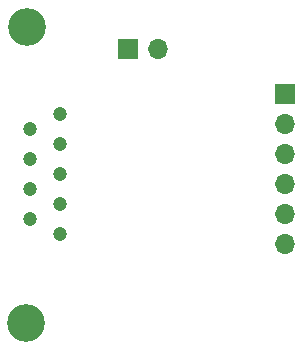
<source format=gbr>
G04 #@! TF.FileFunction,Copper,L1,Top,Signal*
%FSLAX46Y46*%
G04 Gerber Fmt 4.6, Leading zero omitted, Abs format (unit mm)*
G04 Created by KiCad (PCBNEW 4.0.7) date *
%MOMM*%
%LPD*%
G01*
G04 APERTURE LIST*
%ADD10C,0.100000*%
%ADD11C,3.200000*%
%ADD12C,1.200000*%
%ADD13R,1.700000X1.700000*%
%ADD14O,1.700000X1.700000*%
G04 APERTURE END LIST*
D10*
D11*
X129170000Y-117820000D03*
X129250000Y-92750000D03*
D12*
X132080000Y-105245000D03*
X132080000Y-107785000D03*
X132080000Y-102705000D03*
X132080000Y-100165000D03*
X132080000Y-110325000D03*
X129540000Y-109055000D03*
X129540000Y-106515000D03*
X129540000Y-103975000D03*
X129540000Y-101435000D03*
D13*
X151130000Y-98425000D03*
D14*
X151130000Y-100965000D03*
X151130000Y-103505000D03*
X151130000Y-106045000D03*
X151130000Y-108585000D03*
X151130000Y-111125000D03*
D13*
X137795000Y-94615000D03*
D14*
X140335000Y-94615000D03*
M02*

</source>
